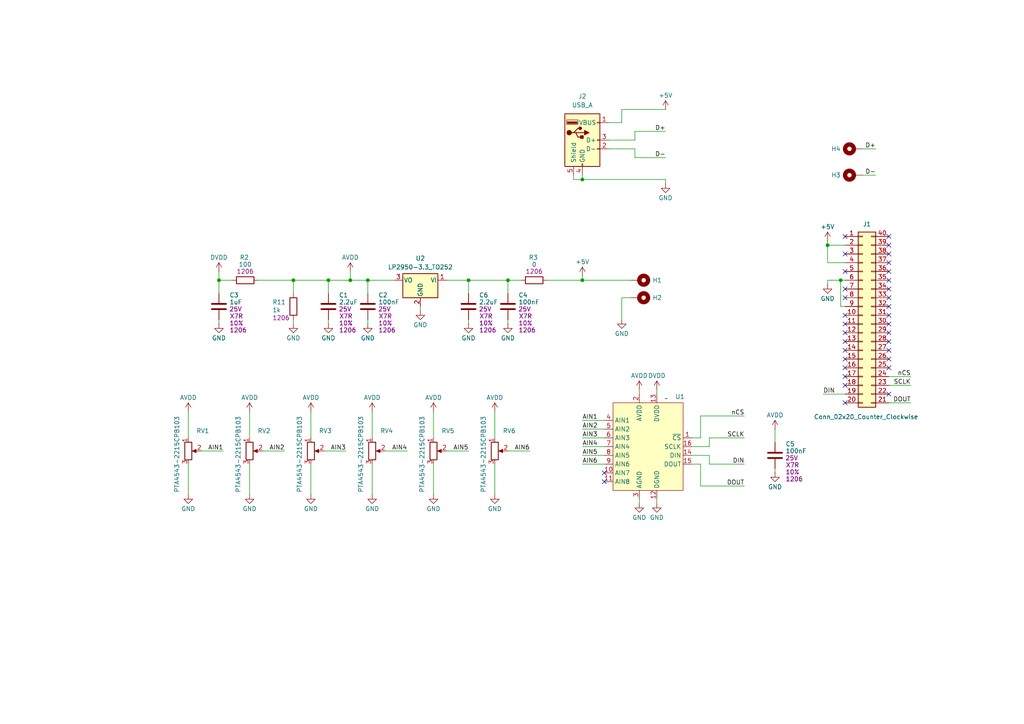
<source format=kicad_sch>
(kicad_sch (version 20231120) (generator "eeschema") (generator_version "8.0")
  (paper "A4")
  (lib_symbols
    (symbol "Connector:USB_A" (pin_names (offset 1.016))
      (property "Reference" "J" (at -5.08 11.43 0))
      (property "Value" "USB_A" (at -5.08 8.89 0))
      (symbol "USB_A_0_1"
        (rectangle (start -5.08 -7.62) (end 5.08 7.62) (stroke (width 0.254)) (fill (type background)))
        (circle (center -3.81 2.159) (radius 0.635) (stroke (width 0.254)) (fill (type outline)))
        (rectangle (start -1.524 4.826) (end -4.318 5.334) (fill (type outline)))
        (rectangle (start -1.27 4.572) (end -4.572 5.842))
        (circle (center -0.635 3.429) (radius 0.381) (stroke (width 0.254)) (fill (type outline)))
        (rectangle (start -0.127 -7.62) (end 0.127 -6.858))
        (polyline (pts (xy -3.175 2.159) (xy -2.54 2.159) (xy -1.27 3.429) (xy -0.635 3.429)) (stroke (width 0.254)))
        (polyline (pts (xy -2.54 2.159) (xy -1.905 2.159) (xy -1.27 0.889) (xy 0 0.889)) (stroke (width 0.254)))
        (polyline (pts (xy 0.635 2.794) (xy 0.635 1.524) (xy 1.905 2.159) (xy 0.635 2.794)) (stroke (width 0.254)) (fill (type outline)))
        (rectangle (start 0.254 1.27) (end -0.508 0.508) (stroke (width 0.254)) (fill (type outline)))
        (rectangle (start 5.08 -2.667) (end 4.318 -2.413))
        (rectangle (start 5.08 -0.127) (end 4.318 0.127))
        (rectangle (start 5.08 4.953) (end 4.318 5.207))
      )
      (symbol "USB_A_1_1"
        (polyline (pts (xy -1.905 2.159) (xy 0.635 2.159)) (stroke (width 0.254)))
        (pin power_in line (at 7.62 5.08 180) (length 2.54) (name "VBUS") (number "1"))
        (pin bidirectional line (at 7.62 -2.54 180) (length 2.54) (name "D-") (number "2"))
        (pin bidirectional line (at 7.62 0 180) (length 2.54) (name "D+") (number "3"))
        (pin power_in line (at 0 -10.16 90) (length 2.54) (name "GND") (number "4"))
        (pin passive line (at -2.54 -10.16 90) (length 2.54) (name "Shield") (number "5"))
      )
    )
    (symbol "Connector_Generic:Conn_02x20_Counter_Clockwise" (pin_names (offset 1.016) hide)
      (property "Reference" "J" (at 1.27 25.4 0))
      (property "Value" "Conn_02x20_Counter_Clockwise" (at 1.27 -27.94 0))
      (symbol "Conn_02x20_Counter_Clockwise_1_1"
        (rectangle (start -1.27 -25.273) (end 0 -25.527) (stroke (width 0.1524)))
        (rectangle (start -1.27 -22.733) (end 0 -22.987) (stroke (width 0.1524)))
        (rectangle (start -1.27 -20.193) (end 0 -20.447) (stroke (width 0.1524)))
        (rectangle (start -1.27 -17.653) (end 0 -17.907) (stroke (width 0.1524)))
        (rectangle (start -1.27 -15.113) (end 0 -15.367) (stroke (width 0.1524)))
        (rectangle (start -1.27 -12.573) (end 0 -12.827) (stroke (width 0.1524)))
        (rectangle (start -1.27 -10.033) (end 0 -10.287) (stroke (width 0.1524)))
        (rectangle (start -1.27 -7.493) (end 0 -7.747) (stroke (width 0.1524)))
        (rectangle (start -1.27 -4.953) (end 0 -5.207) (stroke (width 0.1524)))
        (rectangle (start -1.27 -2.413) (end 0 -2.667) (stroke (width 0.1524)))
        (rectangle (start -1.27 0.127) (end 0 -0.127) (stroke (width 0.1524)))
        (rectangle (start -1.27 2.667) (end 0 2.413) (stroke (width 0.1524)))
        (rectangle (start -1.27 5.207) (end 0 4.953) (stroke (width 0.1524)))
        (rectangle (start -1.27 7.747) (end 0 7.493) (stroke (width 0.1524)))
        (rectangle (start -1.27 10.287) (end 0 10.033) (stroke (width 0.1524)))
        (rectangle (start -1.27 12.827) (end 0 12.573) (stroke (width 0.1524)))
        (rectangle (start -1.27 15.367) (end 0 15.113) (stroke (width 0.1524)))
        (rectangle (start -1.27 17.907) (end 0 17.653) (stroke (width 0.1524)))
        (rectangle (start -1.27 20.447) (end 0 20.193) (stroke (width 0.1524)))
        (rectangle (start -1.27 22.987) (end 0 22.733) (stroke (width 0.1524)))
        (rectangle (start -1.27 24.13) (end 3.81 -26.67) (stroke (width 0.254)) (fill (type background)))
        (rectangle (start 3.81 -25.273) (end 2.54 -25.527) (stroke (width 0.1524)))
        (rectangle (start 3.81 -22.733) (end 2.54 -22.987) (stroke (width 0.1524)))
        (rectangle (start 3.81 -20.193) (end 2.54 -20.447) (stroke (width 0.1524)))
        (rectangle (start 3.81 -17.653) (end 2.54 -17.907) (stroke (width 0.1524)))
        (rectangle (start 3.81 -15.113) (end 2.54 -15.367) (stroke (width 0.1524)))
        (rectangle (start 3.81 -12.573) (end 2.54 -12.827) (stroke (width 0.1524)))
        (rectangle (start 3.81 -10.033) (end 2.54 -10.287) (stroke (width 0.1524)))
        (rectangle (start 3.81 -7.493) (end 2.54 -7.747) (stroke (width 0.1524)))
        (rectangle (start 3.81 -4.953) (end 2.54 -5.207) (stroke (width 0.1524)))
        (rectangle (start 3.81 -2.413) (end 2.54 -2.667) (stroke (width 0.1524)))
        (rectangle (start 3.81 0.127) (end 2.54 -0.127) (stroke (width 0.1524)))
        (rectangle (start 3.81 2.667) (end 2.54 2.413) (stroke (width 0.1524)))
        (rectangle (start 3.81 5.207) (end 2.54 4.953) (stroke (width 0.1524)))
        (rectangle (start 3.81 7.747) (end 2.54 7.493) (stroke (width 0.1524)))
        (rectangle (start 3.81 10.287) (end 2.54 10.033) (stroke (width 0.1524)))
        (rectangle (start 3.81 12.827) (end 2.54 12.573) (stroke (width 0.1524)))
        (rectangle (start 3.81 15.367) (end 2.54 15.113) (stroke (width 0.1524)))
        (rectangle (start 3.81 17.907) (end 2.54 17.653) (stroke (width 0.1524)))
        (rectangle (start 3.81 20.447) (end 2.54 20.193) (stroke (width 0.1524)))
        (rectangle (start 3.81 22.987) (end 2.54 22.733) (stroke (width 0.1524)))
        (pin passive line (at -5.08 22.86 0) (length 3.81) (name "Pin_1") (number "1"))
        (pin passive line (at -5.08 0 0) (length 3.81) (name "Pin_10") (number "10"))
        (pin passive line (at -5.08 -2.54 0) (length 3.81) (name "Pin_11") (number "11"))
        (pin passive line (at -5.08 -5.08 0) (length 3.81) (name "Pin_12") (number "12"))
        (pin passive line (at -5.08 -7.62 0) (length 3.81) (name "Pin_13") (number "13"))
        (pin passive line (at -5.08 -10.16 0) (length 3.81) (name "Pin_14") (number "14"))
        (pin passive line (at -5.08 -12.7 0) (length 3.81) (name "Pin_15") (number "15"))
        (pin passive line (at -5.08 -15.24 0) (length 3.81) (name "Pin_16") (number "16"))
        (pin passive line (at -5.08 -17.78 0) (length 3.81) (name "Pin_17") (number "17"))
        (pin passive line (at -5.08 -20.32 0) (length 3.81) (name "Pin_18") (number "18"))
        (pin passive line (at -5.08 -22.86 0) (length 3.81) (name "Pin_19") (number "19"))
        (pin passive line (at -5.08 20.32 0) (length 3.81) (name "Pin_2") (number "2"))
        (pin passive line (at -5.08 -25.4 0) (length 3.81) (name "Pin_20") (number "20"))
        (pin passive line (at 7.62 -25.4 180) (length 3.81) (name "Pin_21") (number "21"))
        (pin passive line (at 7.62 -22.86 180) (length 3.81) (name "Pin_22") (number "22"))
        (pin passive line (at 7.62 -20.32 180) (length 3.81) (name "Pin_23") (number "23"))
        (pin passive line (at 7.62 -17.78 180) (length 3.81) (name "Pin_24") (number "24"))
        (pin passive line (at 7.62 -15.24 180) (length 3.81) (name "Pin_25") (number "25"))
        (pin passive line (at 7.62 -12.7 180) (length 3.81) (name "Pin_26") (number "26"))
        (pin passive line (at 7.62 -10.16 180) (length 3.81) (name "Pin_27") (number "27"))
        (pin passive line (at 7.62 -7.62 180) (length 3.81) (name "Pin_28") (number "28"))
        (pin passive line (at 7.62 -5.08 180) (length 3.81) (name "Pin_29") (number "29"))
        (pin passive line (at -5.08 17.78 0) (length 3.81) (name "Pin_3") (number "3"))
        (pin passive line (at 7.62 -2.54 180) (length 3.81) (name "Pin_30") (number "30"))
        (pin passive line (at 7.62 0 180) (length 3.81) (name "Pin_31") (number "31"))
        (pin passive line (at 7.62 2.54 180) (length 3.81) (name "Pin_32") (number "32"))
        (pin passive line (at 7.62 5.08 180) (length 3.81) (name "Pin_33") (number "33"))
        (pin passive line (at 7.62 7.62 180) (length 3.81) (name "Pin_34") (number "34"))
        (pin passive line (at 7.62 10.16 180) (length 3.81) (name "Pin_35") (number "35"))
        (pin passive line (at 7.62 12.7 180) (length 3.81) (name "Pin_36") (number "36"))
        (pin passive line (at 7.62 15.24 180) (length 3.81) (name "Pin_37") (number "37"))
        (pin passive line (at 7.62 17.78 180) (length 3.81) (name "Pin_38") (number "38"))
        (pin passive line (at 7.62 20.32 180) (length 3.81) (name "Pin_39") (number "39"))
        (pin passive line (at -5.08 15.24 0) (length 3.81) (name "Pin_4") (number "4"))
        (pin passive line (at 7.62 22.86 180) (length 3.81) (name "Pin_40") (number "40"))
        (pin passive line (at -5.08 12.7 0) (length 3.81) (name "Pin_5") (number "5"))
        (pin passive line (at -5.08 10.16 0) (length 3.81) (name "Pin_6") (number "6"))
        (pin passive line (at -5.08 7.62 0) (length 3.81) (name "Pin_7") (number "7"))
        (pin passive line (at -5.08 5.08 0) (length 3.81) (name "Pin_8") (number "8"))
        (pin passive line (at -5.08 2.54 0) (length 3.81) (name "Pin_9") (number "9"))
      )
    )
    (symbol "Device:C" (pin_numbers hide) (pin_names (offset 0.254))
      (property "Reference" "C" (at 0.635 2.54 0))
      (property "Value" "C" (at 0.635 -2.54 0))
      (symbol "C_0_1"
        (polyline (pts (xy -2.032 -0.762) (xy 2.032 -0.762)) (stroke (width 0.508)))
        (polyline (pts (xy -2.032 0.762) (xy 2.032 0.762)) (stroke (width 0.508)))
      )
      (symbol "C_1_1"
        (pin passive line (at 0 3.81 270) (length 2.794) (name "~") (number "1"))
        (pin passive line (at 0 -3.81 90) (length 2.794) (name "~") (number "2"))
      )
    )
    (symbol "Device:R" (pin_numbers hide) (pin_names (offset 0))
      (property "Reference" "R" (at 2.032 0 90))
      (property "Value" "R" (at 0 0 90))
      (symbol "R_0_1"
        (rectangle (start -1.016 -2.54) (end 1.016 2.54) (stroke (width 0.254)))
      )
      (symbol "R_1_1"
        (pin passive line (at 0 3.81 270) (length 1.27) (name "~") (number "1"))
        (pin passive line (at 0 -3.81 90) (length 1.27) (name "~") (number "2"))
      )
    )
    (symbol "Device:R_Potentiometer" (pin_names (offset 1.016) hide)
      (property "Reference" "RV" (at -4.445 0 90))
      (property "Value" "R_Potentiometer" (at -2.54 0 90))
      (symbol "R_Potentiometer_0_1"
        (polyline (pts (xy 2.54 0) (xy 1.524 0)))
        (polyline (pts (xy 1.143 0) (xy 2.286 0.508) (xy 2.286 -0.508) (xy 1.143 0)) (fill (type outline)))
        (rectangle (start 1.016 2.54) (end -1.016 -2.54) (stroke (width 0.254)))
      )
      (symbol "R_Potentiometer_1_1"
        (pin passive line (at 0 3.81 270) (length 1.27) (name "1") (number "1"))
        (pin passive line (at 3.81 0 180) (length 1.27) (name "2") (number "2"))
        (pin passive line (at 0 -3.81 90) (length 1.27) (name "3") (number "3"))
      )
    )
    (symbol "Mechanical:MountingHole_Pad" (pin_numbers hide) (pin_names (offset 1.016) hide) (exclude_from_sim yes) (in_bom no)
      (property "Reference" "H" (at 0 6.35 0))
      (property "Value" "MountingHole_Pad" (at 0 4.445 0))
      (symbol "MountingHole_Pad_0_1"
        (circle (center 0 1.27) (radius 1.27) (stroke (width 1.27)))
      )
      (symbol "MountingHole_Pad_1_1"
        (pin input line (at 0 -2.54 90) (length 2.54) (name "1") (number "1"))
      )
    )
    (symbol "RLS_PCBA:ADC78H90"
      (property "Reference" "U" (at 7.874 13.716 0))
      (symbol "ADC78H90_1_1"
        (polyline (pts (xy -10.16 -12.7) (xy -10.16 12.7) (xy 10.16 12.7) (xy 10.16 -12.7) (xy -10.16 -12.7)) (fill (type background)))
        (pin input line (at 12.7 2.54 180) (length 2.54) (name "~{CS}") (number "1"))
        (pin input line (at -12.7 -7.62 0) (length 2.54) (name "AIN7") (number "10"))
        (pin input line (at -12.7 -10.16 0) (length 2.54) (name "AIN8") (number "11"))
        (pin power_in line (at 2.54 -15.24 90) (length 2.54) (name "DGND") (number "12"))
        (pin power_in line (at 2.54 15.24 270) (length 2.54) (name "DVDD") (number "13"))
        (pin input line (at 12.7 -2.54 180) (length 2.54) (name "DIN") (number "14"))
        (pin output line (at 12.7 -5.08 180) (length 2.54) (name "DOUT") (number "15"))
        (pin input line (at 12.7 0 180) (length 2.54) (name "SCLK") (number "16"))
        (pin power_in line (at -2.54 15.24 270) (length 2.54) (name "AVDD") (number "2"))
        (pin power_in line (at -2.54 -15.24 90) (length 2.54) (name "AGND") (number "3"))
        (pin input line (at -12.7 7.62 0) (length 2.54) (name "AIN1") (number "4"))
        (pin input line (at -12.7 5.08 0) (length 2.54) (name "AIN2") (number "5"))
        (pin input line (at -12.7 2.54 0) (length 2.54) (name "AIN3") (number "6"))
        (pin input line (at -12.7 0 0) (length 2.54) (name "AIN4") (number "7"))
        (pin input line (at -12.7 -2.54 0) (length 2.54) (name "AIN5") (number "8"))
        (pin input line (at -12.7 -5.08 0) (length 2.54) (name "AIN6") (number "9"))
      )
    )
    (symbol "Regulator_Linear:LP2950-3.3_TO252" (pin_names (offset 0.254))
      (property "Reference" "U" (at -3.81 3.175 0))
      (property "Value" "LP2950-3.3_TO252" (at 0 3.175 0))
      (symbol "LP2950-3.3_TO252_0_1"
        (rectangle (start -5.08 1.905) (end 5.08 -5.08) (stroke (width 0.254)) (fill (type background)))
      )
      (symbol "LP2950-3.3_TO252_1_1"
        (pin power_in line (at -7.62 0 0) (length 2.54) (name "VI") (number "1"))
        (pin power_in line (at 0 -7.62 90) (length 2.54) (name "GND") (number "2"))
        (pin power_out line (at 7.62 0 180) (length 2.54) (name "VO") (number "3"))
      )
    )
    (symbol "power:+5V" (power) (pin_numbers hide) (pin_names (offset 0) hide)
      (property "Value" "+5V" (at 0 3.556 0))
      (symbol "+5V_0_1"
        (polyline (pts (xy -0.762 1.27) (xy 0 2.54)))
        (polyline (pts (xy 0 0) (xy 0 2.54)))
        (polyline (pts (xy 0 2.54) (xy 0.762 1.27)))
      )
      (symbol "+5V_1_1"
        (pin power_in line (at 0 0 90) (length 0) (name "~") (number "1"))
      )
    )
    (symbol "power:GND" (power) (pin_numbers hide) (pin_names (offset 0) hide)
      (property "Value" "GND" (at 0 -3.81 0))
      (symbol "GND_0_1"
        (polyline (pts (xy 0 0) (xy 0 -1.27) (xy 1.27 -1.27) (xy 0 -2.54) (xy -1.27 -1.27) (xy 0 -1.27)))
      )
      (symbol "GND_1_1"
        (pin power_in line (at 0 0 270) (length 0) (name "~") (number "1"))
      )
    )
  )
  (junction (at 168.91 52.07))
  (junction (at 85.09 81.28))
  (junction (at 135.89 81.28))
  (junction (at 101.6 81.28))
  (junction (at 243.84 81.28))
  (junction (at 168.91 81.28))
  (junction (at 106.68 81.28))
  (junction (at 95.25 81.28))
  (junction (at 63.5 81.28))
  (junction (at 240.03 71.12))
  (junction (at 147.32 81.28))
  (no_connect (at 257.81 73.66))
  (no_connect (at 257.81 96.52))
  (no_connect (at 257.81 86.36))
  (no_connect (at 245.11 73.66))
  (no_connect (at 257.81 83.82))
  (no_connect (at 175.26 139.7))
  (no_connect (at 245.11 93.98))
  (no_connect (at 257.81 114.3))
  (no_connect (at 245.11 68.58))
  (no_connect (at 245.11 99.06))
  (no_connect (at 257.81 99.06))
  (no_connect (at 245.11 83.82))
  (no_connect (at 257.81 106.68))
  (no_connect (at 245.11 101.6))
  (no_connect (at 245.11 78.74))
  (no_connect (at 257.81 78.74))
  (no_connect (at 257.81 93.98))
  (no_connect (at 245.11 91.44))
  (no_connect (at 257.81 91.44))
  (no_connect (at 257.81 101.6))
  (no_connect (at 245.11 106.68))
  (no_connect (at 257.81 71.12))
  (no_connect (at 257.81 81.28))
  (no_connect (at 245.11 96.52))
  (no_connect (at 175.26 137.16))
  (no_connect (at 245.11 104.14))
  (no_connect (at 257.81 104.14))
  (no_connect (at 257.81 76.2))
  (no_connect (at 245.11 109.22))
  (no_connect (at 257.81 68.58))
  (no_connect (at 245.11 86.36))
  (no_connect (at 245.11 111.76))
  (no_connect (at 245.11 116.84))
  (no_connect (at 257.81 88.9))
  (wire (pts (xy 182.88 86.36) (xy 180.34 86.36)))
  (wire (pts (xy 200.66 129.54) (xy 205.74 129.54)))
  (wire (pts (xy 180.34 31.75) (xy 180.34 35.56)))
  (wire (pts (xy 243.84 81.28) (xy 240.03 81.28)))
  (wire (pts (xy 203.2 127) (xy 203.2 120.65)))
  (wire (pts (xy 129.54 130.81) (xy 135.89 130.81)))
  (wire (pts (xy 176.53 40.64) (xy 184.15 40.64)))
  (wire (pts (xy 168.91 81.28) (xy 168.91 80.01)))
  (wire (pts (xy 185.42 113.03) (xy 185.42 114.3)))
  (wire (pts (xy 185.42 146.05) (xy 185.42 144.78)))
  (wire (pts (xy 168.91 134.62) (xy 175.26 134.62)))
  (wire (pts (xy 168.91 52.07) (xy 166.37 52.07)))
  (wire (pts (xy 240.03 71.12) (xy 240.03 69.85)))
  (wire (pts (xy 58.42 130.81) (xy 64.77 130.81)))
  (wire (pts (xy 200.66 134.62) (xy 203.2 134.62)))
  (wire (pts (xy 106.68 81.28) (xy 106.68 85.09)))
  (wire (pts (xy 54.61 134.62) (xy 54.61 143.51)))
  (wire (pts (xy 63.5 81.28) (xy 67.31 81.28)))
  (wire (pts (xy 240.03 81.28) (xy 240.03 82.55)))
  (wire (pts (xy 168.91 132.08) (xy 175.26 132.08)))
  (wire (pts (xy 129.54 81.28) (xy 135.89 81.28)))
  (wire (pts (xy 203.2 140.97) (xy 215.9 140.97)))
  (wire (pts (xy 90.17 119.38) (xy 90.17 127)))
  (wire (pts (xy 106.68 81.28) (xy 101.6 81.28)))
  (wire (pts (xy 245.11 88.9) (xy 243.84 88.9)))
  (wire (pts (xy 203.2 120.65) (xy 215.9 120.65)))
  (wire (pts (xy 147.32 81.28) (xy 151.13 81.28)))
  (wire (pts (xy 176.53 35.56) (xy 180.34 35.56)))
  (wire (pts (xy 111.76 130.81) (xy 118.11 130.81)))
  (wire (pts (xy 158.75 81.28) (xy 168.91 81.28)))
  (wire (pts (xy 72.39 119.38) (xy 72.39 127)))
  (wire (pts (xy 107.95 119.38) (xy 107.95 127)))
  (wire (pts (xy 250.19 50.8) (xy 254 50.8)))
  (wire (pts (xy 238.76 114.3) (xy 245.11 114.3)))
  (wire (pts (xy 147.32 81.28) (xy 147.32 85.09)))
  (wire (pts (xy 205.74 129.54) (xy 205.74 127)))
  (wire (pts (xy 135.89 93.98) (xy 135.89 92.71)))
  (wire (pts (xy 245.11 76.2) (xy 240.03 76.2)))
  (wire (pts (xy 205.74 127) (xy 215.9 127)))
  (wire (pts (xy 95.25 93.98) (xy 95.25 92.71)))
  (wire (pts (xy 72.39 134.62) (xy 72.39 143.51)))
  (wire (pts (xy 184.15 38.1) (xy 193.04 38.1)))
  (wire (pts (xy 93.98 130.81) (xy 100.33 130.81)))
  (wire (pts (xy 190.5 146.05) (xy 190.5 144.78)))
  (wire (pts (xy 147.32 93.98) (xy 147.32 92.71)))
  (wire (pts (xy 245.11 71.12) (xy 240.03 71.12)))
  (wire (pts (xy 245.11 81.28) (xy 243.84 81.28)))
  (wire (pts (xy 168.91 124.46) (xy 175.26 124.46)))
  (wire (pts (xy 74.93 81.28) (xy 85.09 81.28)))
  (wire (pts (xy 200.66 132.08) (xy 205.74 132.08)))
  (wire (pts (xy 224.79 137.16) (xy 224.79 135.89)))
  (wire (pts (xy 168.91 121.92) (xy 175.26 121.92)))
  (wire (pts (xy 101.6 78.74) (xy 101.6 81.28)))
  (wire (pts (xy 54.61 119.38) (xy 54.61 127)))
  (wire (pts (xy 121.92 88.9) (xy 121.92 90.17)))
  (wire (pts (xy 184.15 40.64) (xy 184.15 38.1)))
  (wire (pts (xy 168.91 129.54) (xy 175.26 129.54)))
  (wire (pts (xy 166.37 52.07) (xy 166.37 50.8)))
  (wire (pts (xy 264.16 109.22) (xy 257.81 109.22)))
  (wire (pts (xy 143.51 134.62) (xy 143.51 143.51)))
  (wire (pts (xy 264.16 116.84) (xy 257.81 116.84)))
  (wire (pts (xy 205.74 132.08) (xy 205.74 134.62)))
  (wire (pts (xy 106.68 93.98) (xy 106.68 92.71)))
  (wire (pts (xy 224.79 124.46) (xy 224.79 128.27)))
  (wire (pts (xy 168.91 127) (xy 175.26 127)))
  (wire (pts (xy 143.51 119.38) (xy 143.51 127)))
  (wire (pts (xy 176.53 43.18) (xy 184.15 43.18)))
  (wire (pts (xy 168.91 52.07) (xy 193.04 52.07)))
  (wire (pts (xy 180.34 31.75) (xy 193.04 31.75)))
  (wire (pts (xy 90.17 134.62) (xy 90.17 143.51)))
  (wire (pts (xy 85.09 92.71) (xy 85.09 93.98)))
  (wire (pts (xy 168.91 50.8) (xy 168.91 52.07)))
  (wire (pts (xy 200.66 127) (xy 203.2 127)))
  (wire (pts (xy 168.91 81.28) (xy 182.88 81.28)))
  (wire (pts (xy 203.2 134.62) (xy 203.2 140.97)))
  (wire (pts (xy 76.2 130.81) (xy 82.55 130.81)))
  (wire (pts (xy 63.5 81.28) (xy 63.5 85.09)))
  (wire (pts (xy 85.09 81.28) (xy 95.25 81.28)))
  (wire (pts (xy 125.73 134.62) (xy 125.73 143.51)))
  (wire (pts (xy 190.5 113.03) (xy 190.5 114.3)))
  (wire (pts (xy 85.09 81.28) (xy 85.09 85.09)))
  (wire (pts (xy 240.03 76.2) (xy 240.03 71.12)))
  (wire (pts (xy 205.74 134.62) (xy 215.9 134.62)))
  (wire (pts (xy 95.25 81.28) (xy 101.6 81.28)))
  (wire (pts (xy 250.19 43.18) (xy 254 43.18)))
  (wire (pts (xy 264.16 111.76) (xy 257.81 111.76)))
  (wire (pts (xy 184.15 45.72) (xy 184.15 43.18)))
  (wire (pts (xy 63.5 93.98) (xy 63.5 92.71)))
  (wire (pts (xy 135.89 81.28) (xy 135.89 85.09)))
  (wire (pts (xy 63.5 78.74) (xy 63.5 81.28)))
  (wire (pts (xy 106.68 81.28) (xy 114.3 81.28)))
  (wire (pts (xy 243.84 88.9) (xy 243.84 81.28)))
  (wire (pts (xy 125.73 119.38) (xy 125.73 127)))
  (wire (pts (xy 180.34 86.36) (xy 180.34 92.71)))
  (wire (pts (xy 95.25 81.28) (xy 95.25 85.09)))
  (wire (pts (xy 193.04 53.34) (xy 193.04 52.07)))
  (wire (pts (xy 107.95 134.62) (xy 107.95 143.51)))
  (wire (pts (xy 135.89 81.28) (xy 147.32 81.28)))
  (wire (pts (xy 147.32 130.81) (xy 153.67 130.81)))
  (wire (pts (xy 184.15 45.72) (xy 193.04 45.72)))
  (label "AIN5" (at 135.89 130.81 180))
  (label "AIN1" (at 168.91 121.92 0))
  (label "AIN2" (at 82.55 130.81 180))
  (label "AIN3" (at 168.91 127 0))
  (label "DIN" (at 238.76 114.3 0))
  (label "nCS" (at 264.16 109.22 180))
  (label "D-" (at 254 50.8 180))
  (label "SCLK" (at 264.16 111.76 180))
  (label "AIN6" (at 168.91 134.62 0))
  (label "SCLK" (at 215.9 127 180))
  (label "AIN2" (at 168.91 124.46 0))
  (label "D-" (at 193.04 45.72 180))
  (label "AIN4" (at 168.91 129.54 0))
  (label "DOUT" (at 215.9 140.97 180))
  (label "D+" (at 193.04 38.1 180))
  (label "AIN5" (at 168.91 132.08 0))
  (label "AIN6" (at 153.67 130.81 180))
  (label "D+" (at 254 43.18 180))
  (label "AIN4" (at 118.11 130.81 180))
  (label "DOUT" (at 264.16 116.84 180))
  (label "DIN" (at 215.9 134.62 180))
  (label "AIN3" (at 100.33 130.81 180))
  (label "AIN1" (at 64.77 130.81 180))
  (label "nCS" (at 215.9 120.65 180))
  (symbol (lib_id "Device:C") (at 147.32 88.9 0) (unit 1)
    (property "Reference" "C4" (at 150.368 85.598 0) (effects (justify left)))
    (property "Value" "100nF" (at 150.368 87.63 0) (effects (justify left)))
    (property "Footprint" "Capacitor_SMD:C_1206_3216Metric" (effects (hide yes)))
    (property "Description" "Unpolarized capacitor" (effects (hide yes)))
    (property "Dielectric" "X7R" (at 152.4 91.694 0))
    (property "Voltage Rating" "25V" (at 152.146 89.662 0))
    (property "Tolerance" "10%" (at 152.4 93.726 0))
    (property "Package Size" "1206" (at 152.908 95.758 0))
  )
  (symbol (lib_id "power:GND") (at 106.68 93.98 0) (unit 1)
    (property "Reference" "#PWR019" (effects (hide yes)))
    (property "Value" "GND" (at 106.68 98.044 0))
    (property "Description" "Power symbol creates a global label with name \"GND\" , ground" (effects (hide yes)))
  )
  (symbol (lib_id "power:GND") (at 224.79 137.16 0) (unit 1)
    (property "Reference" "#PWR030" (effects (hide yes)))
    (property "Value" "GND" (at 224.79 141.224 0))
    (property "Description" "Power symbol creates a global label with name \"GND\" , ground" (effects (hide yes)))
  )
  (symbol (lib_id "power:+5V") (at 193.04 31.75 0) (unit 1)
    (property "Reference" "#PWR031" (effects (hide yes)))
    (property "Value" "+5V" (at 193.04 27.686 0))
    (property "Description" "Power symbol creates a global label with name \"+5V\"" (effects (hide yes)))
  )
  (symbol (lib_id "power:+5V") (at 185.42 113.03 0) (unit 1)
    (property "Reference" "#PWR025" (effects (hide yes)))
    (property "Value" "AVDD" (at 185.42 108.966 0))
    (property "Description" "Power symbol creates a global label with name \"+5V\"" (effects (hide yes)))
  )
  (symbol (lib_id "power:+5V") (at 143.51 119.38 0) (unit 1)
    (property "Reference" "#PWR09" (effects (hide yes)))
    (property "Value" "AVDD" (at 143.51 115.316 0))
    (property "Description" "Power symbol creates a global label with name \"+5V\"" (effects (hide yes)))
  )
  (symbol (lib_id "Mechanical:MountingHole_Pad") (at 247.65 50.8 90) (unit 1) (exclude_from_sim yes) (in_bom no)
    (property "Reference" "H3" (at 243.84 50.8001 90) (effects (justify left)))
    (property "Value" "MountingHole_Pad" (effects (hide yes)))
    (property "Footprint" "MountingHole:MountingHole_2.2mm_M2_DIN965_Pad_TopOnly" (effects (hide yes)))
    (property "Description" "Mounting Hole with connection" (effects (hide yes)))
  )
  (symbol (lib_id "Device:C") (at 224.79 132.08 0) (unit 1)
    (property "Reference" "C5" (at 227.838 128.778 0) (effects (justify left)))
    (property "Value" "100nF" (at 227.838 130.81 0) (effects (justify left)))
    (property "Footprint" "Capacitor_SMD:C_1206_3216Metric" (effects (hide yes)))
    (property "Description" "Unpolarized capacitor" (effects (hide yes)))
    (property "Dielectric" "X7R" (at 229.87 134.874 0))
    (property "Voltage Rating" "25V" (at 229.616 132.842 0))
    (property "Tolerance" "10%" (at 229.87 136.906 0))
    (property "Package Size" "1206" (at 230.378 138.938 0))
  )
  (symbol (lib_id "Device:R_Potentiometer") (at 107.95 130.81 0) (unit 1)
    (property "Reference" "RV4" (at 114.046 124.968 0) (effects (justify right)))
    (property "Value" "PTA4543-2215CPB103" (at 104.648 120.65 90) (effects (justify right)))
    (property "Footprint" "RLS_PCBA:PTA1543-2" (effects (hide yes)))
    (property "Description" "Potentiometer" (effects (hide yes)))
  )
  (symbol (lib_id "power:GND") (at 54.61 143.51 0) (unit 1)
    (property "Reference" "#PWR01" (effects (hide yes)))
    (property "Value" "GND" (at 54.61 147.574 0))
    (property "Description" "Power symbol creates a global label with name \"GND\" , ground" (effects (hide yes)))
  )
  (symbol (lib_id "Device:R") (at 85.09 88.9 180) (unit 1)
    (property "Reference" "R11" (at 78.994 87.63 0) (effects (justify right)))
    (property "Value" "1k" (at 78.994 89.916 0) (effects (justify right)))
    (property "Footprint" "Resistor_SMD:R_1206_3216Metric" (effects (hide yes)))
    (property "Description" "Resistor" (effects (hide yes)))
    (property "Package Size" "1206" (at 81.534 92.202 0))
  )
  (symbol (lib_id "Device:C") (at 95.25 88.9 0) (unit 1)
    (property "Reference" "C1" (at 98.298 85.598 0) (effects (justify left)))
    (property "Value" "2.2uF" (at 98.298 87.63 0) (effects (justify left)))
    (property "Footprint" "Capacitor_SMD:C_1206_3216Metric" (effects (hide yes)))
    (property "Description" "Unpolarized capacitor" (effects (hide yes)))
    (property "Dielectric" "X7R" (at 100.33 91.694 0))
    (property "Voltage Rating" "25V" (at 100.076 89.662 0))
    (property "Tolerance" "10%" (at 100.33 93.726 0))
    (property "Package Size" "1206" (at 100.838 95.758 0))
  )
  (symbol (lib_id "Device:R_Potentiometer") (at 90.17 130.81 0) (unit 1)
    (property "Reference" "RV3" (at 96.266 124.968 0) (effects (justify right)))
    (property "Value" "PTA4543-2215CPB103" (at 86.868 120.65 90) (effects (justify right)))
    (property "Footprint" "RLS_PCBA:PTA1543-2" (effects (hide yes)))
    (property "Description" "Potentiometer" (effects (hide yes)))
  )
  (symbol (lib_id "power:+5V") (at 240.03 69.85 0) (unit 1)
    (property "Reference" "#PWR026" (effects (hide yes)))
    (property "Value" "+5V" (at 240.03 65.786 0))
    (property "Description" "Power symbol creates a global label with name \"+5V\"" (effects (hide yes)))
  )
  (symbol (lib_id "power:GND") (at 135.89 93.98 0) (unit 1)
    (property "Reference" "#PWR020" (effects (hide yes)))
    (property "Value" "GND" (at 135.89 98.044 0))
    (property "Description" "Power symbol creates a global label with name \"GND\" , ground" (effects (hide yes)))
  )
  (symbol (lib_id "Mechanical:MountingHole_Pad") (at 185.42 86.36 270) (unit 1) (exclude_from_sim yes) (in_bom no)
    (property "Reference" "H2" (at 189.23 86.3599 90) (effects (justify left)))
    (property "Value" "MountingHole_Pad" (effects (hide yes)))
    (property "Footprint" "MountingHole:MountingHole_2.2mm_M2_Pad_TopOnly" (effects (hide yes)))
    (property "Description" "Mounting Hole with connection" (effects (hide yes)))
  )
  (symbol (lib_id "Mechanical:MountingHole_Pad") (at 185.42 81.28 270) (unit 1) (exclude_from_sim yes) (in_bom no)
    (property "Reference" "H1" (at 189.23 81.2799 90) (effects (justify left)))
    (property "Value" "MountingHole_Pad" (effects (hide yes)))
    (property "Footprint" "MountingHole:MountingHole_2.2mm_M2_Pad_TopOnly" (effects (hide yes)))
    (property "Description" "Mounting Hole with connection" (effects (hide yes)))
  )
  (symbol (lib_id "power:GND") (at 63.5 93.98 0) (unit 1)
    (property "Reference" "#PWR022" (effects (hide yes)))
    (property "Value" "GND" (at 63.5 98.044 0))
    (property "Description" "Power symbol creates a global label with name \"GND\" , ground" (effects (hide yes)))
  )
  (symbol (lib_id "Device:C") (at 106.68 88.9 0) (unit 1)
    (property "Reference" "C2" (at 109.728 85.598 0) (effects (justify left)))
    (property "Value" "100nF" (at 109.728 87.63 0) (effects (justify left)))
    (property "Footprint" "Capacitor_SMD:C_1206_3216Metric" (effects (hide yes)))
    (property "Description" "Unpolarized capacitor" (effects (hide yes)))
    (property "Dielectric" "X7R" (at 111.76 91.694 0))
    (property "Voltage Rating" "25V" (at 111.506 89.662 0))
    (property "Tolerance" "10%" (at 111.76 93.726 0))
    (property "Package Size" "1206" (at 112.268 95.758 0))
  )
  (symbol (lib_id "power:+5V") (at 168.91 80.01 0) (unit 1)
    (property "Reference" "#PWR015" (effects (hide yes)))
    (property "Value" "+5V" (at 168.91 75.946 0))
    (property "Description" "Power symbol creates a global label with name \"+5V\"" (effects (hide yes)))
  )
  (symbol (lib_id "power:GND") (at 107.95 143.51 0) (unit 1)
    (property "Reference" "#PWR08" (effects (hide yes)))
    (property "Value" "GND" (at 107.95 147.574 0))
    (property "Description" "Power symbol creates a global label with name \"GND\" , ground" (effects (hide yes)))
  )
  (symbol (lib_id "Device:R_Potentiometer") (at 143.51 130.81 0) (unit 1)
    (property "Reference" "RV6" (at 149.606 124.968 0) (effects (justify right)))
    (property "Value" "PTA4543-2215CPB103" (at 140.208 120.65 90) (effects (justify right)))
    (property "Footprint" "RLS_PCBA:PTA1543-2" (effects (hide yes)))
    (property "Description" "Potentiometer" (effects (hide yes)))
  )
  (symbol (lib_id "power:+5V") (at 224.79 124.46 0) (unit 1)
    (property "Reference" "#PWR033" (effects (hide yes)))
    (property "Value" "AVDD" (at 224.79 120.396 0))
    (property "Description" "Power symbol creates a global label with name \"+5V\"" (effects (hide yes)))
  )
  (symbol (lib_id "power:GND") (at 85.09 93.98 0) (unit 1)
    (property "Reference" "#PWR011" (effects (hide yes)))
    (property "Value" "GND" (at 85.09 98.044 0))
    (property "Description" "Power symbol creates a global label with name \"GND\" , ground" (effects (hide yes)))
  )
  (symbol (lib_id "Mechanical:MountingHole_Pad") (at 247.65 43.18 90) (unit 1) (exclude_from_sim yes) (in_bom no)
    (property "Reference" "H4" (at 243.84 43.1801 90) (effects (justify left)))
    (property "Value" "MountingHole_Pad" (effects (hide yes)))
    (property "Footprint" "MountingHole:MountingHole_2.2mm_M2_DIN965_Pad_TopOnly" (effects (hide yes)))
    (property "Description" "Mounting Hole with connection" (effects (hide yes)))
  )
  (symbol (lib_id "power:+5V") (at 54.61 119.38 0) (unit 1)
    (property "Reference" "#PWR029" (effects (hide yes)))
    (property "Value" "AVDD" (at 54.61 115.316 0))
    (property "Description" "Power symbol creates a global label with name \"+5V\"" (effects (hide yes)))
  )
  (symbol (lib_id "Device:R") (at 71.12 81.28 90) (unit 1)
    (property "Reference" "R2" (at 70.866 74.676 90))
    (property "Value" "100" (at 71.12 76.708 90))
    (property "Footprint" "Resistor_SMD:R_1206_3216Metric" (effects (hide yes)))
    (property "Description" "Resistor" (effects (hide yes)))
    (property "Package Size" "1206" (at 71.12 78.74 90))
  )
  (symbol (lib_id "power:GND") (at 90.17 143.51 0) (unit 1)
    (property "Reference" "#PWR06" (effects (hide yes)))
    (property "Value" "GND" (at 90.17 147.574 0))
    (property "Description" "Power symbol creates a global label with name \"GND\" , ground" (effects (hide yes)))
  )
  (symbol (lib_id "Device:R_Potentiometer") (at 54.61 130.81 0) (unit 1)
    (property "Reference" "RV1" (at 60.706 124.968 0) (effects (justify right)))
    (property "Value" "PTA4543-2215CPB103" (at 51.308 120.65 90) (effects (justify right)))
    (property "Footprint" "RLS_PCBA:PTA1543-2" (effects (hide yes)))
    (property "Description" "Potentiometer" (effects (hide yes)))
  )
  (symbol (lib_id "Device:C") (at 135.89 88.9 0) (unit 1)
    (property "Reference" "C6" (at 138.938 85.598 0) (effects (justify left)))
    (property "Value" "2.2uF" (at 138.938 87.63 0) (effects (justify left)))
    (property "Footprint" "Capacitor_SMD:C_1206_3216Metric" (effects (hide yes)))
    (property "Description" "Unpolarized capacitor" (effects (hide yes)))
    (property "Dielectric" "X7R" (at 140.97 91.694 0))
    (property "Voltage Rating" "25V" (at 140.716 89.662 0))
    (property "Tolerance" "10%" (at 140.97 93.726 0))
    (property "Package Size" "1206" (at 141.478 95.758 0))
  )
  (symbol (lib_id "power:+5V") (at 190.5 113.03 0) (unit 1)
    (property "Reference" "#PWR024" (effects (hide yes)))
    (property "Value" "DVDD" (at 190.5 108.966 0))
    (property "Description" "Power symbol creates a global label with name \"+5V\"" (effects (hide yes)))
  )
  (symbol (lib_id "Device:C") (at 63.5 88.9 0) (unit 1)
    (property "Reference" "C3" (at 66.548 85.598 0) (effects (justify left)))
    (property "Value" "1uF" (at 66.548 87.63 0) (effects (justify left)))
    (property "Footprint" "Capacitor_SMD:C_1206_3216Metric" (effects (hide yes)))
    (property "Description" "Unpolarized capacitor" (effects (hide yes)))
    (property "Dielectric" "X7R" (at 68.58 91.694 0))
    (property "Voltage Rating" "25V" (at 68.326 89.662 0))
    (property "Tolerance" "10%" (at 68.58 93.726 0))
    (property "Package Size" "1206" (at 69.088 95.758 0))
  )
  (symbol (lib_id "power:+5V") (at 90.17 119.38 0) (unit 1)
    (property "Reference" "#PWR03" (effects (hide yes)))
    (property "Value" "AVDD" (at 90.17 115.316 0))
    (property "Description" "Power symbol creates a global label with name \"+5V\"" (effects (hide yes)))
  )
  (symbol (lib_id "Device:R_Potentiometer") (at 125.73 130.81 0) (unit 1)
    (property "Reference" "RV5" (at 131.826 124.968 0) (effects (justify right)))
    (property "Value" "PTA4543-2215CPB103" (at 122.428 120.65 90) (effects (justify right)))
    (property "Footprint" "RLS_PCBA:PTA1543-2" (effects (hide yes)))
    (property "Description" "Potentiometer" (effects (hide yes)))
  )
  (symbol (lib_id "Device:R_Potentiometer") (at 72.39 130.81 0) (unit 1)
    (property "Reference" "RV2" (at 78.486 124.968 0) (effects (justify right)))
    (property "Value" "PTA4543-2215CPB103" (at 69.088 120.65 90) (effects (justify right)))
    (property "Footprint" "RLS_PCBA:PTA1543-2" (effects (hide yes)))
    (property "Description" "Potentiometer" (effects (hide yes)))
  )
  (symbol (lib_id "RLS_PCBA:ADC78H90") (at 187.96 129.54 0) (unit 1)
    (property "Reference" "U1" (at 195.834 115.062 0) (effects (justify left)))
    (property "Value" "~" (at 192.6941 115.57 0) (effects (justify left)))
    (property "Footprint" "Package_SO:TSSOP-16_4.4x5mm_P0.65mm" (effects (hide yes)))
  )
  (symbol (lib_id "power:+5V") (at 72.39 119.38 0) (unit 1)
    (property "Reference" "#PWR02" (effects (hide yes)))
    (property "Value" "AVDD" (at 72.39 115.316 0))
    (property "Description" "Power symbol creates a global label with name \"+5V\"" (effects (hide yes)))
  )
  (symbol (lib_id "power:GND") (at 240.03 82.55 0) (unit 1)
    (property "Reference" "#PWR027" (effects (hide yes)))
    (property "Value" "GND" (at 240.03 86.614 0))
    (property "Description" "Power symbol creates a global label with name \"GND\" , ground" (effects (hide yes)))
  )
  (symbol (lib_id "power:GND") (at 193.04 53.34 0) (unit 1)
    (property "Reference" "#PWR032" (effects (hide yes)))
    (property "Value" "GND" (at 193.04 57.404 0))
    (property "Description" "Power symbol creates a global label with name \"GND\" , ground" (effects (hide yes)))
  )
  (symbol (lib_id "power:GND") (at 190.5 146.05 0) (unit 1)
    (property "Reference" "#PWR014" (effects (hide yes)))
    (property "Value" "GND" (at 190.5 150.114 0))
    (property "Description" "Power symbol creates a global label with name \"GND\" , ground" (effects (hide yes)))
  )
  (symbol (lib_id "power:+5V") (at 101.6 78.74 0) (unit 1)
    (property "Reference" "#PWR016" (effects (hide yes)))
    (property "Value" "AVDD" (at 101.6 74.676 0))
    (property "Description" "Power symbol creates a global label with name \"+5V\"" (effects (hide yes)))
  )
  (symbol (lib_id "power:GND") (at 125.73 143.51 0) (unit 1)
    (property "Reference" "#PWR010" (effects (hide yes)))
    (property "Value" "GND" (at 125.73 147.574 0))
    (property "Description" "Power symbol creates a global label with name \"GND\" , ground" (effects (hide yes)))
  )
  (symbol (lib_id "power:GND") (at 121.92 90.17 0) (unit 1)
    (property "Reference" "#PWR018" (effects (hide yes)))
    (property "Value" "GND" (at 121.92 94.234 0))
    (property "Description" "Power symbol creates a global label with name \"GND\" , ground" (effects (hide yes)))
  )
  (symbol (lib_id "power:+5V") (at 125.73 119.38 0) (unit 1)
    (property "Reference" "#PWR07" (effects (hide yes)))
    (property "Value" "AVDD" (at 125.73 115.316 0))
    (property "Description" "Power symbol creates a global label with name \"+5V\"" (effects (hide yes)))
  )
  (symbol (lib_id "power:GND") (at 180.34 92.71 0) (unit 1)
    (property "Reference" "#PWR028" (effects (hide yes)))
    (property "Value" "GND" (at 180.34 96.774 0))
    (property "Description" "Power symbol creates a global label with name \"GND\" , ground" (effects (hide yes)))
  )
  (symbol (lib_id "Connector_Generic:Conn_02x20_Counter_Clockwise") (at 250.19 91.44 0) (unit 1)
    (property "Reference" "J1" (at 251.46 65.024 0))
    (property "Value" "Conn_02x20_Counter_Clockwise" (at 251.206 120.904 0))
    (property "Footprint" "RLS_PCBA:Connector_PinHeader_2.54mmPinHeader_2x20_P2.54mm_Vertical_SMD_RPI_Zero" (effects (hide yes)))
    (property "Description" "Generic connector, double row, 02x20, counter clockwise pin numbering scheme (similar to DIP package numbering), script generated (kicad-library-utils/schlib/autogen/connector/)" (effects (hide yes)))
  )
  (symbol (lib_id "Device:R") (at 154.94 81.28 90) (unit 1)
    (property "Reference" "R3" (at 154.686 74.676 90))
    (property "Value" "0" (at 154.94 76.708 90))
    (property "Footprint" "Resistor_SMD:R_1206_3216Metric" (effects (hide yes)))
    (property "Description" "Resistor" (effects (hide yes)))
    (property "Package Size" "1206" (at 154.94 78.74 90))
  )
  (symbol (lib_id "power:GND") (at 147.32 93.98 0) (unit 1)
    (property "Reference" "#PWR021" (effects (hide yes)))
    (property "Value" "GND" (at 147.32 98.044 0))
    (property "Description" "Power symbol creates a global label with name \"GND\" , ground" (effects (hide yes)))
  )
  (symbol (lib_id "Connector:USB_A") (at 168.91 40.64 0) (unit 1)
    (property "Reference" "J2" (at 168.91 27.94 0))
    (property "Value" "USB_A" (at 168.91 30.48 0))
    (property "Footprint" "RLS_PCBA:CONN_73725-0110BLF_AMP" (effects (hide yes)))
    (property "Datasheet" " ~" (effects (hide yes)))
    (property "Description" "USB Type A connector" (effects (hide yes)))
  )
  (symbol (lib_id "power:+5V") (at 63.5 78.74 0) (unit 1)
    (property "Reference" "#PWR023" (effects (hide yes)))
    (property "Value" "DVDD" (at 63.5 74.676 0))
    (property "Description" "Power symbol creates a global label with name \"+5V\"" (effects (hide yes)))
  )
  (symbol (lib_id "power:+5V") (at 107.95 119.38 0) (unit 1)
    (property "Reference" "#PWR05" (effects (hide yes)))
    (property "Value" "AVDD" (at 107.95 115.316 0))
    (property "Description" "Power symbol creates a global label with name \"+5V\"" (effects (hide yes)))
  )
  (symbol (lib_id "power:GND") (at 95.25 93.98 0) (unit 1)
    (property "Reference" "#PWR017" (effects (hide yes)))
    (property "Value" "GND" (at 95.25 98.044 0))
    (property "Description" "Power symbol creates a global label with name \"GND\" , ground" (effects (hide yes)))
  )
  (symbol (lib_id "power:GND") (at 185.42 146.05 0) (unit 1)
    (property "Reference" "#PWR013" (effects (hide yes)))
    (property "Value" "GND" (at 185.42 150.114 0))
    (property "Description" "Power symbol creates a global label with name \"GND\" , ground" (effects (hide yes)))
  )
  (symbol (lib_id "power:GND") (at 143.51 143.51 0) (unit 1)
    (property "Reference" "#PWR012" (effects (hide yes)))
    (property "Value" "GND" (at 143.51 147.574 0))
    (property "Description" "Power symbol creates a global label with name \"GND\" , ground" (effects (hide yes)))
  )
  (symbol (lib_id "Regulator_Linear:LP2950-3.3_TO252") (at 121.92 81.28 0) (mirror y) (unit 1)
    (property "Reference" "U2" (at 121.92 74.93 0))
    (property "Value" "LP2950-3.3_TO252" (at 121.92 77.47 0))
    (property "Footprint" "Package_TO_SOT_SMD:TO-252-2" (effects (hide yes)))
    (property "Datasheet" "http://www.ti.com/lit/ds/symlink/lp2950.pdf" (effects (hide yes)))
    (property "Description" "Positive 100mA 30V Linear Micropower Voltage Regulator, Fixed Output 3.3V, TO-252" (effects (hide yes)))
  )
  (symbol (lib_id "power:GND") (at 72.39 143.51 0) (unit 1)
    (property "Reference" "#PWR04" (effects (hide yes)))
    (property "Value" "GND" (at 72.39 147.574 0))
    (property "Description" "Power symbol creates a global label with name \"GND\" , ground" (effects (hide yes)))
  )
)
</source>
